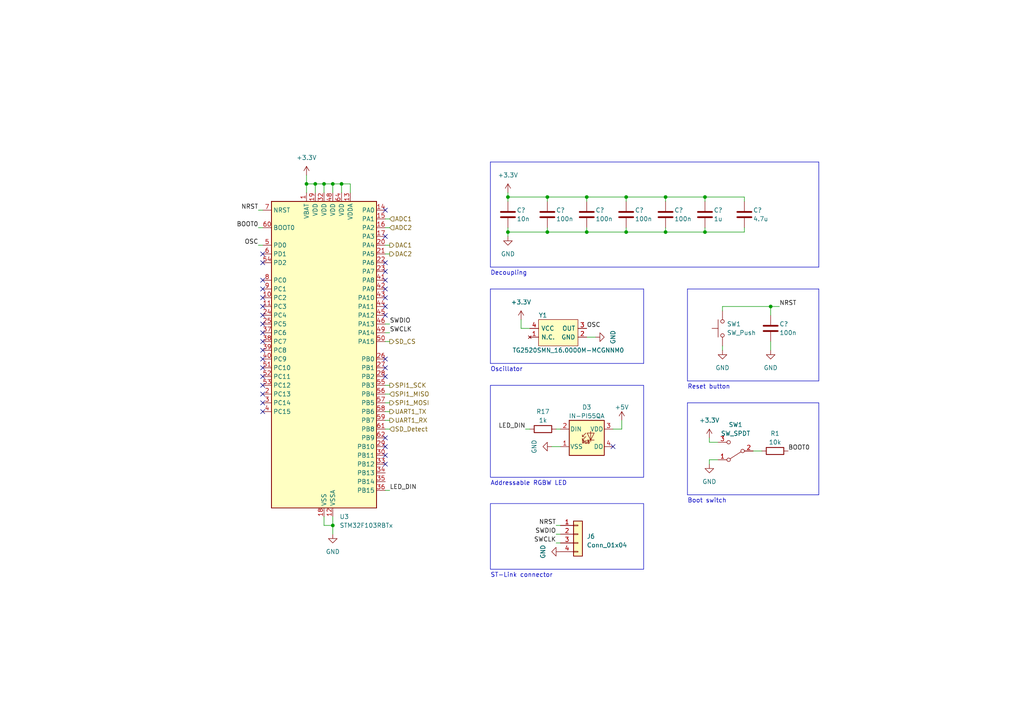
<source format=kicad_sch>
(kicad_sch (version 20230121) (generator eeschema)
  (paper "A4")
  (title_block (title "Microcontroller Unit") (date "2023-01-16") (rev "0"))
  (lib_symbols
    (symbol "Connector_Generic:Conn_01x04" (pin_names (offset 1.016) hide)
      (property "Reference" "J" (at 0 5.08 0))
      (property "Value" "Conn_01x04" (at 0 -7.62 0))
      (symbol "Conn_01x04_1_1"
        (rectangle (start -1.27 -4.953) (end 0 -5.207) (stroke (width 0.1524)))
        (rectangle (start -1.27 -2.413) (end 0 -2.667) (stroke (width 0.1524)))
        (rectangle (start -1.27 0.127) (end 0 -0.127) (stroke (width 0.1524)))
        (rectangle (start -1.27 2.667) (end 0 2.413) (stroke (width 0.1524)))
        (rectangle (start -1.27 3.81) (end 1.27 -6.35) (stroke (width 0.254)) (fill (type background)))
        (pin passive line (at -5.08 2.54 0) (length 3.81) (name "Pin_1") (number "1"))
        (pin passive line (at -5.08 0 0) (length 3.81) (name "Pin_2") (number "2"))
        (pin passive line (at -5.08 -2.54 0) (length 3.81) (name "Pin_3") (number "3"))
        (pin passive line (at -5.08 -5.08 0) (length 3.81) (name "Pin_4") (number "4"))
      )
    )
    (symbol "Device:C" (pin_numbers hide) (pin_names (offset 0.254))
      (property "Reference" "C" (at 0.635 2.54 0))
      (property "Value" "C" (at 0.635 -2.54 0))
      (symbol "C_0_1"
        (polyline (pts (xy -2.032 -0.762) (xy 2.032 -0.762)) (stroke (width 0.508)))
        (polyline (pts (xy -2.032 0.762) (xy 2.032 0.762)) (stroke (width 0.508)))
      )
      (symbol "C_1_1"
        (pin passive line (at 0 3.81 270) (length 2.794) (name "~") (number "1"))
        (pin passive line (at 0 -3.81 90) (length 2.794) (name "~") (number "2"))
      )
    )
    (symbol "Device:R" (pin_numbers hide) (pin_names (offset 0))
      (property "Reference" "R" (at 2.032 0 90))
      (property "Value" "R" (at 0 0 90))
      (symbol "R_0_1"
        (rectangle (start -1.016 -2.54) (end 1.016 2.54) (stroke (width 0.254)))
      )
      (symbol "R_1_1"
        (pin passive line (at 0 3.81 270) (length 1.27) (name "~") (number "1"))
        (pin passive line (at 0 -3.81 90) (length 1.27) (name "~") (number "2"))
      )
    )
    (symbol "MCU_ST_STM32F1:STM32F103RBTx"
      (property "Reference" "U" (at -15.24 46.99 0))
      (property "Value" "STM32F103RBTx" (at 10.16 46.99 0))
      (symbol "STM32F103RBTx_0_1"
        (rectangle (start -15.24 -43.18) (end 15.24 45.72) (stroke (width 0.254)) (fill (type background)))
      )
      (symbol "STM32F103RBTx_1_1"
        (pin power_in line (at -5.08 48.26 270) (length 2.54) (name "VBAT") (number "1"))
        (pin bidirectional line (at -17.78 17.78 0) (length 2.54) (name "PC2") (number "10"))
        (pin bidirectional line (at -17.78 15.24 0) (length 2.54) (name "PC3") (number "11"))
        (pin power_in line (at 2.54 -45.72 90) (length 2.54) (name "VSSA") (number "12"))
        (pin power_in line (at 7.62 48.26 270) (length 2.54) (name "VDDA") (number "13"))
        (pin bidirectional line (at 17.78 43.18 180) (length 2.54) (name "PA0") (number "14"))
        (pin bidirectional line (at 17.78 40.64 180) (length 2.54) (name "PA1") (number "15"))
        (pin bidirectional line (at 17.78 38.1 180) (length 2.54) (name "PA2") (number "16"))
        (pin bidirectional line (at 17.78 35.56 180) (length 2.54) (name "PA3") (number "17"))
        (pin power_in line (at 0 -45.72 90) (length 2.54) (name "VSS") (number "18"))
        (pin power_in line (at -2.54 48.26 270) (length 2.54) (name "VDD") (number "19"))
        (pin bidirectional line (at -17.78 -10.16 0) (length 2.54) (name "PC13") (number "2"))
        (pin bidirectional line (at 17.78 33.02 180) (length 2.54) (name "PA4") (number "20"))
        (pin bidirectional line (at 17.78 30.48 180) (length 2.54) (name "PA5") (number "21"))
        (pin bidirectional line (at 17.78 27.94 180) (length 2.54) (name "PA6") (number "22"))
        (pin bidirectional line (at 17.78 25.4 180) (length 2.54) (name "PA7") (number "23"))
        (pin bidirectional line (at -17.78 12.7 0) (length 2.54) (name "PC4") (number "24"))
        (pin bidirectional line (at -17.78 10.16 0) (length 2.54) (name "PC5") (number "25"))
        (pin bidirectional line (at 17.78 0 180) (length 2.54) (name "PB0") (number "26"))
        (pin bidirectional line (at 17.78 -2.54 180) (length 2.54) (name "PB1") (number "27"))
        (pin bidirectional line (at 17.78 -5.08 180) (length 2.54) (name "PB2") (number "28"))
        (pin bidirectional line (at 17.78 -25.4 180) (length 2.54) (name "PB10") (number "29"))
        (pin bidirectional line (at -17.78 -12.7 0) (length 2.54) (name "PC14") (number "3"))
        (pin bidirectional line (at 17.78 -27.94 180) (length 2.54) (name "PB11") (number "30"))
        (pin passive line (at 0 -45.72 90) (length 2.54) hide (name "VSS") (number "31"))
        (pin power_in line (at 0 48.26 270) (length 2.54) (name "VDD") (number "32"))
        (pin bidirectional line (at 17.78 -30.48 180) (length 2.54) (name "PB12") (number "33"))
        (pin bidirectional line (at 17.78 -33.02 180) (length 2.54) (name "PB13") (number "34"))
        (pin bidirectional line (at 17.78 -35.56 180) (length 2.54) (name "PB14") (number "35"))
        (pin bidirectional line (at 17.78 -38.1 180) (length 2.54) (name "PB15") (number "36"))
        (pin bidirectional line (at -17.78 7.62 0) (length 2.54) (name "PC6") (number "37"))
        (pin bidirectional line (at -17.78 5.08 0) (length 2.54) (name "PC7") (number "38"))
        (pin bidirectional line (at -17.78 2.54 0) (length 2.54) (name "PC8") (number "39"))
        (pin bidirectional line (at -17.78 -15.24 0) (length 2.54) (name "PC15") (number "4"))
        (pin bidirectional line (at -17.78 0 0) (length 2.54) (name "PC9") (number "40"))
        (pin bidirectional line (at 17.78 22.86 180) (length 2.54) (name "PA8") (number "41"))
        (pin bidirectional line (at 17.78 20.32 180) (length 2.54) (name "PA9") (number "42"))
        (pin bidirectional line (at 17.78 17.78 180) (length 2.54) (name "PA10") (number "43"))
        (pin bidirectional line (at 17.78 15.24 180) (length 2.54) (name "PA11") (number "44"))
        (pin bidirectional line (at 17.78 12.7 180) (length 2.54) (name "PA12") (number "45"))
        (pin bidirectional line (at 17.78 10.16 180) (length 2.54) (name "PA13") (number "46"))
        (pin passive line (at 0 -45.72 90) (length 2.54) hide (name "VSS") (number "47"))
        (pin power_in line (at 2.54 48.26 270) (length 2.54) (name "VDD") (number "48"))
        (pin bidirectional line (at 17.78 7.62 180) (length 2.54) (name "PA14") (number "49"))
        (pin bidirectional line (at -17.78 33.02 0) (length 2.54) (name "PD0") (number "5"))
        (pin bidirectional line (at 17.78 5.08 180) (length 2.54) (name "PA15") (number "50"))
        (pin bidirectional line (at -17.78 -2.54 0) (length 2.54) (name "PC10") (number "51"))
        (pin bidirectional line (at -17.78 -5.08 0) (length 2.54) (name "PC11") (number "52"))
        (pin bidirectional line (at -17.78 -7.62 0) (length 2.54) (name "PC12") (number "53"))
        (pin bidirectional line (at -17.78 27.94 0) (length 2.54) (name "PD2") (number "54"))
        (pin bidirectional line (at 17.78 -7.62 180) (length 2.54) (name "PB3") (number "55"))
        (pin bidirectional line (at 17.78 -10.16 180) (length 2.54) (name "PB4") (number "56"))
        (pin bidirectional line (at 17.78 -12.7 180) (length 2.54) (name "PB5") (number "57"))
        (pin bidirectional line (at 17.78 -15.24 180) (length 2.54) (name "PB6") (number "58"))
        (pin bidirectional line (at 17.78 -17.78 180) (length 2.54) (name "PB7") (number "59"))
        (pin bidirectional line (at -17.78 30.48 0) (length 2.54) (name "PD1") (number "6"))
        (pin input line (at -17.78 38.1 0) (length 2.54) (name "BOOT0") (number "60"))
        (pin bidirectional line (at 17.78 -20.32 180) (length 2.54) (name "PB8") (number "61"))
        (pin bidirectional line (at 17.78 -22.86 180) (length 2.54) (name "PB9") (number "62"))
        (pin passive line (at 0 -45.72 90) (length 2.54) hide (name "VSS") (number "63"))
        (pin power_in line (at 5.08 48.26 270) (length 2.54) (name "VDD") (number "64"))
        (pin input line (at -17.78 43.18 0) (length 2.54) (name "NRST") (number "7"))
        (pin bidirectional line (at -17.78 22.86 0) (length 2.54) (name "PC0") (number "8"))
        (pin bidirectional line (at -17.78 20.32 0) (length 2.54) (name "PC1") (number "9"))
      )
    )
    (symbol "Signal Generator Components:IN-PI55QA" (pin_names (offset 0.254))
      (property "Reference" "D?" (at -5.08 5.715 0))
      (property "Value" "IN-PI55QA" (at -5.08 -5.715 0))
      (symbol "IN-PI55QA_0_0"
        (text "RGB" (at -0.254 -1.27 0) (effects (font (size 0.762 0.762))))
      )
      (symbol "IN-PI55QA_0_1"
        (rectangle (start -5.08 5.08) (end 5.08 -5.08) (stroke (width 0.254)) (fill (type background)))
        (polyline (pts (xy -1.27 -0.635) (xy -0.762 -0.635)))
        (polyline (pts (xy -1.27 0.381) (xy -0.762 0.381)))
        (polyline (pts (xy 2.159 -0.635) (xy 0.127 -0.635)))
        (polyline (pts (xy -0.254 0.381) (xy -1.27 -0.635) (xy -1.27 -0.127)))
        (polyline (pts (xy -0.254 1.397) (xy -1.27 0.381) (xy -1.27 0.889)))
        (polyline (pts (xy 1.143 1.905) (xy 1.143 -0.635) (xy 1.143 -1.143)))
        (polyline (pts (xy 2.159 1.397) (xy 0.127 1.397) (xy 1.143 -0.635) (xy 2.159 1.397)))
      )
      (symbol "IN-PI55QA_1_1"
        (pin power_in line (at -7.62 -2.54 0) (length 2.54) (name "VSS") (number "1"))
        (pin input line (at -7.62 2.54 0) (length 2.54) (name "DIN") (number "2"))
        (pin power_in line (at 7.62 2.54 180) (length 2.54) (name "VDD") (number "3"))
        (pin output line (at 7.62 -2.54 180) (length 2.54) (name "DO") (number "4"))
      )
    )
    (symbol "Signal Generator Components:TG2520SMN_16.0000M-MCGNNM0" (pin_names (offset 0.762))
      (property "Reference" "Y?" (at 5.08 3.81 0))
      (property "Value" "TG2520SMN_16.0000M-MCGNNM0" (at 5.08 -6.35 0))
      (symbol "TG2520SMN_16.0000M-MCGNNM0_0_0"
        (pin no_connect line (at 2.54 -2.54 0) (length 2.54) (name "N.C.") (number "1"))
        (pin power_in line (at 19.05 -2.54 180) (length 2.54) (name "GND") (number "2"))
        (pin output line (at 19.05 0 180) (length 2.54) (name "OUT") (number "3"))
        (pin power_in line (at 2.54 0 0) (length 2.54) (name "VCC") (number "4"))
      )
      (symbol "TG2520SMN_16.0000M-MCGNNM0_0_1"
        (polyline (pts (xy 5.08 2.54) (xy 16.51 2.54) (xy 16.51 -5.08) (xy 5.08 -5.08) (xy 5.08 2.54)) (stroke (width 0.1524)) (fill (type background)))
      )
    )
    (symbol "Switch:SW_Push" (pin_numbers hide) (pin_names (offset 1.016) hide)
      (property "Reference" "SW" (at 1.27 2.54 0))
      (property "Value" "SW_Push" (at 0 -1.524 0))
      (symbol "SW_Push_0_1"
        (circle (center -2.032 0) (radius 0.508))
        (polyline (pts (xy 0 1.27) (xy 0 3.048)))
        (polyline (pts (xy 2.54 1.27) (xy -2.54 1.27)))
        (circle (center 2.032 0) (radius 0.508))
        (pin passive line (at -5.08 0 0) (length 2.54) (name "1") (number "1"))
        (pin passive line (at 5.08 0 180) (length 2.54) (name "2") (number "2"))
      )
    )
    (symbol "Switch:SW_SPDT" (pin_names (offset 0) hide)
      (property "Reference" "SW" (at 0 4.318 0))
      (property "Value" "SW_SPDT" (at 0 -5.08 0))
      (symbol "SW_SPDT_0_0"
        (circle (center -2.032 0) (radius 0.508))
        (circle (center 2.032 -2.54) (radius 0.508))
      )
      (symbol "SW_SPDT_0_1"
        (polyline (pts (xy -1.524 0.254) (xy 1.651 2.286)))
        (circle (center 2.032 2.54) (radius 0.508))
      )
      (symbol "SW_SPDT_1_1"
        (pin passive line (at 5.08 2.54 180) (length 2.54) (name "A") (number "1"))
        (pin passive line (at -5.08 0 0) (length 2.54) (name "B") (number "2"))
        (pin passive line (at 5.08 -2.54 180) (length 2.54) (name "C") (number "3"))
      )
    )
    (symbol "power:+3.3V" (power) (pin_names (offset 0))
      (property "Value" "+3.3V" (at 0 3.556 0))
      (symbol "+3.3V_0_1"
        (polyline (pts (xy -0.762 1.27) (xy 0 2.54)))
        (polyline (pts (xy 0 0) (xy 0 2.54)))
        (polyline (pts (xy 0 2.54) (xy 0.762 1.27)))
      )
      (symbol "+3.3V_1_1"
        (pin power_in line (at 0 0 90) (length 0) hide (name "+3.3V") (number "1"))
      )
    )
    (symbol "power:+5V" (power) (pin_names (offset 0))
      (property "Value" "+5V" (at 0 3.556 0))
      (symbol "+5V_0_1"
        (polyline (pts (xy -0.762 1.27) (xy 0 2.54)))
        (polyline (pts (xy 0 0) (xy 0 2.54)))
        (polyline (pts (xy 0 2.54) (xy 0.762 1.27)))
      )
      (symbol "+5V_1_1"
        (pin power_in line (at 0 0 90) (length 0) hide (name "+5V") (number "1"))
      )
    )
    (symbol "power:GND" (power) (pin_names (offset 0))
      (property "Value" "GND" (at 0 -3.81 0))
      (symbol "GND_0_1"
        (polyline (pts (xy 0 0) (xy 0 -1.27) (xy 1.27 -1.27) (xy 0 -2.54) (xy -1.27 -1.27) (xy 0 -1.27)))
      )
      (symbol "GND_1_1"
        (pin power_in line (at 0 0 270) (length 0) hide (name "GND") (number "1"))
      )
    )
  )
  (junction (at 96.52 152.4))
  (junction (at 204.47 57.15))
  (junction (at 170.18 67.31))
  (junction (at 193.04 57.15))
  (junction (at 170.18 57.15))
  (junction (at 181.61 57.15))
  (junction (at 181.61 67.31))
  (junction (at 96.52 53.34))
  (junction (at 158.75 57.15))
  (junction (at 147.32 67.31))
  (junction (at 223.52 88.9))
  (junction (at 147.32 57.15))
  (junction (at 193.04 67.31))
  (junction (at 158.75 67.31))
  (junction (at 93.98 53.34))
  (junction (at 88.9 53.34))
  (junction (at 99.06 53.34))
  (junction (at 91.44 53.34))
  (junction (at 204.47 67.31))
  (no_connect (at 111.76 91.44))
  (no_connect (at 111.76 81.28))
  (no_connect (at 111.76 60.96))
  (no_connect (at 76.2 93.98))
  (no_connect (at 76.2 86.36))
  (no_connect (at 76.2 81.28))
  (no_connect (at 76.2 119.38))
  (no_connect (at 111.76 106.68))
  (no_connect (at 111.76 78.74))
  (no_connect (at 76.2 114.3))
  (no_connect (at 111.76 134.62))
  (no_connect (at 76.2 96.52))
  (no_connect (at 76.2 91.44))
  (no_connect (at 111.76 88.9))
  (no_connect (at 76.2 76.2))
  (no_connect (at 76.2 99.06))
  (no_connect (at 76.2 88.9))
  (no_connect (at 111.76 132.08))
  (no_connect (at 111.76 83.82))
  (no_connect (at 111.76 104.14))
  (no_connect (at 111.76 68.58))
  (no_connect (at 76.2 104.14))
  (no_connect (at 111.76 76.2))
  (no_connect (at 76.2 111.76))
  (no_connect (at 111.76 109.22))
  (no_connect (at 111.76 86.36))
  (no_connect (at 111.76 129.54))
  (no_connect (at 76.2 116.84))
  (no_connect (at 76.2 73.66))
  (no_connect (at 111.76 127))
  (no_connect (at 76.2 109.22))
  (no_connect (at 177.8 129.54))
  (no_connect (at 76.2 106.68))
  (no_connect (at 76.2 83.82))
  (no_connect (at 76.2 101.6))
  (wire (pts (xy 181.61 67.31) (xy 193.04 67.31)))
  (wire (pts (xy 181.61 57.15) (xy 193.04 57.15)))
  (polyline (pts (xy 186.69 83.82) (xy 186.69 105.41)))
  (wire (pts (xy 158.75 67.31) (xy 170.18 67.31)))
  (polyline (pts (xy 237.49 77.47) (xy 142.24 77.47)))
  (wire (pts (xy 96.52 53.34) (xy 96.52 55.88)))
  (wire (pts (xy 88.9 55.88) (xy 88.9 53.34)))
  (polyline (pts (xy 237.49 83.82) (xy 237.49 110.49)))
  (wire (pts (xy 74.93 71.12) (xy 76.2 71.12)))
  (wire (pts (xy 151.13 92.71) (xy 151.13 95.25)))
  (wire (pts (xy 193.04 66.04) (xy 193.04 67.31)))
  (wire (pts (xy 113.03 66.04) (xy 111.76 66.04)))
  (wire (pts (xy 147.32 58.42) (xy 147.32 57.15)))
  (wire (pts (xy 93.98 53.34) (xy 96.52 53.34)))
  (wire (pts (xy 209.55 100.33) (xy 209.55 101.6)))
  (wire (pts (xy 147.32 68.58) (xy 147.32 67.31)))
  (polyline (pts (xy 142.24 46.99) (xy 237.49 46.99)))
  (wire (pts (xy 161.29 154.94) (xy 162.56 154.94)))
  (wire (pts (xy 74.93 60.96) (xy 76.2 60.96)))
  (wire (pts (xy 113.03 96.52) (xy 111.76 96.52)))
  (wire (pts (xy 223.52 99.06) (xy 223.52 101.6)))
  (polyline (pts (xy 142.24 46.99) (xy 142.24 77.47)))
  (wire (pts (xy 204.47 57.15) (xy 215.9 57.15)))
  (wire (pts (xy 193.04 67.31) (xy 204.47 67.31)))
  (polyline (pts (xy 142.24 83.82) (xy 142.24 105.41)))
  (wire (pts (xy 93.98 53.34) (xy 93.98 55.88)))
  (wire (pts (xy 147.32 55.88) (xy 147.32 57.15)))
  (wire (pts (xy 205.74 133.35) (xy 208.28 133.35)))
  (polyline (pts (xy 199.39 116.84) (xy 237.49 116.84)))
  (wire (pts (xy 205.74 128.27) (xy 205.74 127)))
  (wire (pts (xy 113.03 121.92) (xy 111.76 121.92)))
  (wire (pts (xy 113.03 111.76) (xy 111.76 111.76)))
  (wire (pts (xy 223.52 88.9) (xy 223.52 91.44)))
  (wire (pts (xy 111.76 71.12) (xy 113.03 71.12)))
  (wire (pts (xy 113.03 99.06) (xy 111.76 99.06)))
  (wire (pts (xy 209.55 90.17) (xy 209.55 88.9)))
  (wire (pts (xy 215.9 67.31) (xy 215.9 66.04)))
  (polyline (pts (xy 237.49 46.99) (xy 237.49 77.47)))
  (wire (pts (xy 158.75 66.04) (xy 158.75 67.31)))
  (wire (pts (xy 111.76 119.38) (xy 113.03 119.38)))
  (wire (pts (xy 96.52 149.86) (xy 96.52 152.4)))
  (wire (pts (xy 180.34 121.92) (xy 180.34 124.46)))
  (wire (pts (xy 158.75 57.15) (xy 170.18 57.15)))
  (wire (pts (xy 113.03 124.46) (xy 111.76 124.46)))
  (wire (pts (xy 152.4 124.46) (xy 153.67 124.46)))
  (wire (pts (xy 147.32 57.15) (xy 158.75 57.15)))
  (wire (pts (xy 181.61 57.15) (xy 181.61 58.42)))
  (wire (pts (xy 215.9 57.15) (xy 215.9 58.42)))
  (wire (pts (xy 113.03 63.5) (xy 111.76 63.5)))
  (polyline (pts (xy 199.39 83.82) (xy 199.39 110.49)))
  (wire (pts (xy 74.93 66.04) (xy 76.2 66.04)))
  (wire (pts (xy 99.06 53.34) (xy 96.52 53.34)))
  (wire (pts (xy 101.6 55.88) (xy 101.6 53.34)))
  (wire (pts (xy 181.61 66.04) (xy 181.61 67.31)))
  (wire (pts (xy 209.55 88.9) (xy 223.52 88.9)))
  (polyline (pts (xy 142.24 83.82) (xy 186.69 83.82)))
  (polyline (pts (xy 237.49 143.51) (xy 199.39 143.51)))
  (polyline (pts (xy 186.69 105.41) (xy 142.24 105.41)))
  (wire (pts (xy 161.29 124.46) (xy 162.56 124.46)))
  (wire (pts (xy 147.32 66.04) (xy 147.32 67.31)))
  (wire (pts (xy 218.44 130.81) (xy 220.98 130.81)))
  (wire (pts (xy 96.52 152.4) (xy 96.52 154.94)))
  (wire (pts (xy 158.75 57.15) (xy 158.75 58.42)))
  (wire (pts (xy 91.44 53.34) (xy 93.98 53.34)))
  (wire (pts (xy 193.04 57.15) (xy 204.47 57.15)))
  (wire (pts (xy 161.29 157.48) (xy 162.56 157.48)))
  (wire (pts (xy 205.74 128.27) (xy 208.28 128.27)))
  (polyline (pts (xy 237.49 116.84) (xy 237.49 143.51)))
  (wire (pts (xy 113.03 116.84) (xy 111.76 116.84)))
  (wire (pts (xy 88.9 53.34) (xy 91.44 53.34)))
  (wire (pts (xy 170.18 57.15) (xy 181.61 57.15)))
  (wire (pts (xy 99.06 55.88) (xy 99.06 53.34)))
  (wire (pts (xy 160.02 129.54) (xy 162.56 129.54)))
  (wire (pts (xy 223.52 88.9) (xy 226.06 88.9)))
  (wire (pts (xy 170.18 97.79) (xy 172.72 97.79)))
  (wire (pts (xy 113.03 142.24) (xy 111.76 142.24)))
  (wire (pts (xy 113.03 93.98) (xy 111.76 93.98)))
  (wire (pts (xy 151.13 95.25) (xy 153.67 95.25)))
  (wire (pts (xy 93.98 152.4) (xy 96.52 152.4)))
  (wire (pts (xy 180.34 124.46) (xy 177.8 124.46)))
  (wire (pts (xy 161.29 152.4) (xy 162.56 152.4)))
  (wire (pts (xy 205.74 134.62) (xy 205.74 133.35)))
  (wire (pts (xy 170.18 57.15) (xy 170.18 58.42)))
  (wire (pts (xy 193.04 57.15) (xy 193.04 58.42)))
  (wire (pts (xy 147.32 67.31) (xy 158.75 67.31)))
  (wire (pts (xy 204.47 57.15) (xy 204.47 58.42)))
  (wire (pts (xy 113.03 73.66) (xy 111.76 73.66)))
  (wire (pts (xy 204.47 66.04) (xy 204.47 67.31)))
  (wire (pts (xy 170.18 67.31) (xy 181.61 67.31)))
  (wire (pts (xy 88.9 50.8) (xy 88.9 53.34)))
  (polyline (pts (xy 237.49 110.49) (xy 199.39 110.49)))
  (wire (pts (xy 113.03 114.3) (xy 111.76 114.3)))
  (polyline (pts (xy 199.39 83.82) (xy 237.49 83.82)))
  (polyline (pts (xy 199.39 116.84) (xy 199.39 143.51)))
  (wire (pts (xy 101.6 53.34) (xy 99.06 53.34)))
  (wire (pts (xy 170.18 66.04) (xy 170.18 67.31)))
  (wire (pts (xy 215.9 67.31) (xy 204.47 67.31)))
  (wire (pts (xy 93.98 149.86) (xy 93.98 152.4)))
  (wire (pts (xy 91.44 53.34) (xy 91.44 55.88)))
  (rectangle (start 142.24 146.05) (end 186.69 165.1))
  (rectangle (start 142.24 111.76) (end 186.69 138.43))
  (text "Boot switch" (at 199.39 146.05 0) (effects (font (size 1.27 1.27)) (justify left bottom)))
  (text "Reset button\n" (at 199.39 113.03 0) (effects (font (size 1.27 1.27)) (justify left bottom)))
  (text "Decoupling" (at 142.24 80.01 0) (effects (font (size 1.27 1.27)) (justify left bottom)))
  (text "ST-Link connector" (at 142.24 167.64 0) (effects (font (size 1.27 1.27)) (justify left bottom)))
  (text "Oscillator" (at 142.24 107.95 0) (effects (font (size 1.27 1.27)) (justify left bottom)))
  (text "Addressable RGBW LED" (at 142.24 140.97 0) (effects (font (size 1.27 1.27)) (justify left bottom)))
  (label "BOOT0" (at 228.6 130.81 0))
  (label "LED_DIN" (at 113.03 142.24 0))
  (label "NRST" (at 161.29 152.4 180))
  (label "SWDIO" (at 113.03 93.98 0))
  (label "SWCLK" (at 161.29 157.48 180))
  (label "OSC" (at 74.93 71.12 180))
  (label "NRST" (at 226.06 88.9 0))
  (label "OSC" (at 170.18 95.25 0))
  (label "SWCLK" (at 113.03 96.52 0))
  (label "LED_DIN" (at 152.4 124.46 180))
  (label "BOOT0" (at 74.93 66.04 180))
  (label "SWDIO" (at 161.29 154.94 180))
  (label "NRST" (at 74.93 60.96 180))
  (hierarchical_label "SPI1_SCK" (shape output) (at 113.03 111.76 0))
  (hierarchical_label "SD_CS" (shape output) (at 113.03 99.06 0))
  (hierarchical_label "DAC2" (shape output) (at 113.03 73.66 0))
  (hierarchical_label "UART1_RX" (shape output) (at 113.03 121.92 0))
  (hierarchical_label "ADC2" (shape input) (at 113.03 66.04 0))
  (hierarchical_label "UART1_TX" (shape output) (at 113.03 119.38 0))
  (hierarchical_label "ADC1" (shape input) (at 113.03 63.5 0))
  (hierarchical_label "SD_Detect" (shape input) (at 113.03 124.46 0))
  (hierarchical_label "SPI1_MISO" (shape input) (at 113.03 114.3 0))
  (hierarchical_label "SPI1_MOSI" (shape output) (at 113.03 116.84 0))
  (hierarchical_label "DAC1" (shape output) (at 113.03 71.12 0))
  (symbol (lib_id "power:GND") (at 147.32 68.58 0) (unit 1)
    (property "Reference" "#PWR0112" (effects hide))
    (property "Value" "GND" (at 147.32 73.66 0))
    (instances (project "Signal Generator" (path "" (reference "#PWR0112") (unit 1)) (path "" (reference "#PWR0123") (unit 1))))
  )
  (symbol (lib_id "MCU_ST_STM32F1:STM32F103RBTx") (at 93.98 104.14 0) (unit 1)
    (property "Reference" "U3" (at 98.4759 149.86 0) (effects (justify left)))
    (property "Value" "STM32F103RBTx" (at 98.4759 152.4 0) (effects (justify left)))
    (property "Footprint" "Package_QFP:LQFP-64_10x10mm_P0.5mm" (effects hide))
    (property "Datasheet" "https://www.st.com/resource/en/datasheet/stm32f103rb.pdf" (effects hide))
  )
  (symbol (lib_id "Device:R") (at 224.79 130.81 270) (unit 1)
    (property "Reference" "R1" (at 224.79 125.73 90))
    (property "Value" "10k" (at 224.79 128.27 90))
    (property "Footprint" "Resistor_SMD:R_0603_1608Metric" (effects hide))
    (property "PN" "ERJ-3EKF1002V" (effects hide))
    (instances (project "Signal Generator" (path "" (reference "R1") (unit 1)) (path "" (reference "R18") (unit 1))))
  )
  (symbol (lib_id "Connector_Generic:Conn_01x04") (at 167.64 154.94 0) (unit 1)
    (property "Reference" "J6" (at 170.18 155.575 0) (effects (justify left)))
    (property "Value" "Conn_01x04" (at 170.18 158.115 0) (effects (justify left)))
    (property "Footprint" "Connector_PinHeader_2.54mm:PinHeader_1x04_P2.54mm_Horizontal" (effects hide))
  )
  (symbol (lib_id "Device:C") (at 158.75 62.23 0) (unit 1)
    (property "Reference" "C?" (at 161.29 60.96 0) (effects (justify left)))
    (property "Value" "100n" (at 161.29 63.5 0) (effects (justify left)))
    (property "Footprint" "Capacitor_SMD:C_0603_1608Metric" (effects hide))
    (property "PN" "GCM188R71H104KA57J" (effects hide))
    (instances (project "Signal Generator" (path "" (reference "C?") (unit 1)) (path "" (reference "C15") (unit 1))))
  )
  (symbol (lib_id "Device:C") (at 170.18 62.23 0) (unit 1)
    (property "Reference" "C?" (at 172.72 60.96 0) (effects (justify left)))
    (property "Value" "100n" (at 172.72 63.5 0) (effects (justify left)))
    (property "Footprint" "Capacitor_SMD:C_0603_1608Metric" (effects hide))
    (property "PN" "GCM188R71H104KA57J" (effects hide))
    (instances (project "Signal Generator" (path "" (reference "C?") (unit 1)) (path "" (reference "C16") (unit 1))))
  )
  (symbol (lib_id "power:+3.3V") (at 151.13 92.71 0) (unit 1)
    (property "Reference" "#PWR0107" (effects hide))
    (property "Value" "+3.3V" (at 151.13 87.63 0))
    (instances (project "Signal Generator" (path "" (reference "#PWR0107") (unit 1)) (path "" (reference "#PWR0125") (unit 1))))
  )
  (symbol (lib_id "power:GND") (at 223.52 101.6 0) (unit 1)
    (property "Reference" "#PWR0104" (effects hide))
    (property "Value" "GND" (at 223.52 106.68 0))
    (instances (project "Signal Generator" (path "" (reference "#PWR0104") (unit 1)) (path "" (reference "#PWR0130") (unit 1))))
  )
  (symbol (lib_id "power:+3.3V") (at 147.32 55.88 0) (mirror y) (unit 1)
    (property "Reference" "#PWR0110" (effects hide))
    (property "Value" "+3.3V" (at 147.32 50.8 0))
    (instances (project "Signal Generator" (path "" (reference "#PWR0110") (unit 1)) (path "" (reference "#PWR0122") (unit 1))))
  )
  (symbol (lib_id "power:+5V") (at 180.34 121.92 0) (unit 1)
    (property "Reference" "#PWR017" (effects hide))
    (property "Value" "+5V" (at 180.34 118.11 0))
  )
  (symbol (lib_id "power:+3.3V") (at 205.74 127 0) (unit 1)
    (property "Reference" "#PWR0105" (effects hide))
    (property "Value" "+3.3V" (at 205.74 121.92 0))
    (instances (project "Signal Generator" (path "" (reference "#PWR0105") (unit 1)) (path "" (reference "#PWR0131") (unit 1))))
  )
  (symbol (lib_id "Device:C") (at 193.04 62.23 0) (unit 1)
    (property "Reference" "C?" (at 195.58 60.96 0) (effects (justify left)))
    (property "Value" "100n" (at 195.58 63.5 0) (effects (justify left)))
    (property "Footprint" "Capacitor_SMD:C_0603_1608Metric" (effects hide))
    (property "PN" "GCM188R71H104KA57J" (effects hide))
    (instances (project "Signal Generator" (path "" (reference "C?") (unit 1)) (path "" (reference "C18") (unit 1))))
  )
  (symbol (lib_id "Device:C") (at 147.32 62.23 0) (unit 1)
    (property "Reference" "C?" (at 149.86 60.96 0) (effects (justify left)))
    (property "Value" "10n" (at 149.86 63.5 0) (effects (justify left)))
    (property "Footprint" "Capacitor_SMD:C_0603_1608Metric" (effects hide))
    (property "PN" "GRM1885C1H103JA01J" (effects hide))
    (instances (project "Signal Generator" (path "" (reference "C?") (unit 1)) (path "" (reference "C14") (unit 1))))
  )
  (symbol (lib_id "Switch:SW_Push") (at 209.55 95.25 90) (unit 1)
    (property "Reference" "SW1" (at 210.82 93.9799 90) (effects (justify right)))
    (property "Value" "SW_Push" (at 210.82 96.5199 90) (effects (justify right)))
    (property "Footprint" "Button_Switch_THT:SW_PUSH_6mm_H5mm" (effects hide))
  )
  (symbol (lib_id "Device:R") (at 157.48 124.46 90) (unit 1)
    (property "Reference" "R17" (at 157.48 119.38 90))
    (property "Value" "1k" (at 157.48 121.92 90))
    (property "Footprint" "Resistor_SMD:R_0603_1608Metric" (effects hide))
    (property "PN" "RC0603FR-071KL" (effects hide))
  )
  (symbol (lib_id "power:GND") (at 209.55 101.6 0) (unit 1)
    (property "Reference" "#PWR0103" (effects hide))
    (property "Value" "GND" (at 209.55 106.68 0))
    (instances (project "Signal Generator" (path "" (reference "#PWR0103") (unit 1)) (path "" (reference "#PWR0129") (unit 1))))
  )
  (symbol (lib_id "Signal Generator Components:IN-PI55QA") (at 170.18 127 0) (unit 1)
    (property "Reference" "D3" (at 170.18 118.11 0))
    (property "Value" "IN-PI55QA" (at 170.18 120.65 0))
    (property "Footprint" "Signal Generator Components:IN-PI55QA" (effects hide))
    (property "Datasheet" "https://www.inolux-corp.com/datasheet/SMDLED/Addressable%20LED/IN-PI55QATPRPGPBPW-XX_v1.4.pdf" (effects hide))
    (property "PN" "IN-PI55QATPRPGPBPW-40" (effects hide))
  )
  (symbol (lib_id "Device:C") (at 181.61 62.23 0) (unit 1)
    (property "Reference" "C?" (at 184.15 60.96 0) (effects (justify left)))
    (property "Value" "100n" (at 184.15 63.5 0) (effects (justify left)))
    (property "Footprint" "Capacitor_SMD:C_0603_1608Metric" (effects hide))
    (property "PN" "GCM188R71H104KA57J" (effects hide))
    (instances (project "Signal Generator" (path "" (reference "C?") (unit 1)) (path "" (reference "C17") (unit 1))))
  )
  (symbol (lib_id "power:+3.3V") (at 88.9 50.8 0) (unit 1)
    (property "Reference" "#PWR0101" (effects hide))
    (property "Value" "+3.3V" (at 88.9 45.72 0))
    (instances (project "Signal Generator" (path "" (reference "#PWR0101") (unit 1)) (path "" (reference "#PWR0128") (unit 1))))
  )
  (symbol (lib_id "Device:C") (at 223.52 95.25 0) (unit 1)
    (property "Reference" "C?" (at 226.06 93.98 0) (effects (justify left)))
    (property "Value" "100n" (at 226.06 96.52 0) (effects (justify left)))
    (property "Footprint" "Capacitor_SMD:C_0603_1608Metric" (effects hide))
    (property "PN" "GCM188R71H104KA57J" (effects hide))
    (instances (project "Signal Generator" (path "" (reference "C?") (unit 1)) (path "" (reference "C22") (unit 1))))
  )
  (symbol (lib_id "Device:C") (at 204.47 62.23 0) (unit 1)
    (property "Reference" "C?" (at 207.01 60.96 0) (effects (justify left)))
    (property "Value" "1u" (at 207.01 63.5 0) (effects (justify left)))
    (property "Footprint" "Capacitor_SMD:C_0603_1608Metric" (effects hide))
    (property "PN" "GCM188R71C105KA64D" (effects hide))
    (instances (project "Signal Generator" (path "" (reference "C?") (unit 1)) (path "" (reference "C19") (unit 1))))
  )
  (symbol (lib_id "power:GND") (at 172.72 97.79 90) (unit 1)
    (property "Reference" "#PWR0108" (effects hide))
    (property "Value" "GND" (at 177.8 97.79 0))
    (instances (project "Signal Generator" (path "" (reference "#PWR0108") (unit 1)) (path "" (reference "#PWR0124") (unit 1))))
  )
  (symbol (lib_id "power:GND") (at 162.56 160.02 270) (unit 1)
    (property "Reference" "#PWR0106" (effects hide))
    (property "Value" "GND" (at 157.48 160.02 0))
    (instances (project "Signal Generator" (path "" (reference "#PWR0106") (unit 1)) (path "" (reference "#PWR0126") (unit 1))))
  )
  (symbol (lib_id "Switch:SW_SPDT") (at 213.36 130.81 180) (unit 1)
    (property "Reference" "SW1" (at 213.36 123.19 0))
    (property "Value" "SW_SPDT" (at 213.36 125.73 0))
    (property "Footprint" "Signal Generator Components:Push Button Switch 7x7mm" (effects hide))
    (instances (project "Signal Generator" (path "" (reference "SW1") (unit 1)) (path "" (reference "SW2") (unit 1))))
  )
  (symbol (lib_id "power:GND") (at 205.74 134.62 0) (unit 1)
    (property "Reference" "#PWR0106" (effects hide))
    (property "Value" "GND" (at 205.74 139.7 0))
    (instances (project "Signal Generator" (path "" (reference "#PWR0106") (unit 1)) (path "" (reference "#PWR0132") (unit 1))))
  )
  (symbol (lib_id "power:GND") (at 96.52 154.94 0) (unit 1)
    (property "Reference" "#PWR0109" (effects hide))
    (property "Value" "GND" (at 96.52 160.02 0))
    (instances (project "Signal Generator" (path "" (reference "#PWR0109") (unit 1)) (path "" (reference "#PWR0121") (unit 1))))
  )
  (symbol (lib_id "power:GND") (at 160.02 129.54 270) (unit 1)
    (property "Reference" "#PWR0108" (effects hide))
    (property "Value" "GND" (at 154.94 129.54 0))
    (instances (project "Signal Generator" (path "" (reference "#PWR0108") (unit 1)) (path "" (reference "#PWR0117") (unit 1))))
  )
  (symbol (lib_id "Signal Generator Components:TG2520SMN_16.0000M-MCGNNM0") (at 151.13 95.25 0) (unit 1)
    (property "Reference" "Y1" (at 156.21 91.44 0) (effects (justify left)))
    (property "Value" "TG2520SMN_16.0000M-MCGNNM0" (at 148.59 101.6 0) (effects (justify left)))
    (property "Footprint" "Signal Generator Components:TG2520SMN_16.0000M-MCGNNM0" (effects hide))
    (property "Datasheet" "https://support.epson.biz/td/api/doc_check.php?dl=brief_TG2520SMN&lang=en" (effects hide))
    (property "PN" "TG2520SMN_16.0000M-MCGNNM0" (effects hide))
  )
  (symbol (lib_id "Device:C") (at 215.9 62.23 0) (unit 1)
    (property "Reference" "C?" (at 218.44 60.96 0) (effects (justify left)))
    (property "Value" "4.7u" (at 218.44 63.5 0) (effects (justify left)))
    (property "Footprint" "Capacitor_SMD:C_0603_1608Metric" (effects hide))
    (property "PN" "GRM188Z71C475KE21D" (effects hide))
    (instances (project "Signal Generator" (path "" (reference "C?") (unit 1)) (path "" (reference "C20") (unit 1))))
  )
)
</source>
